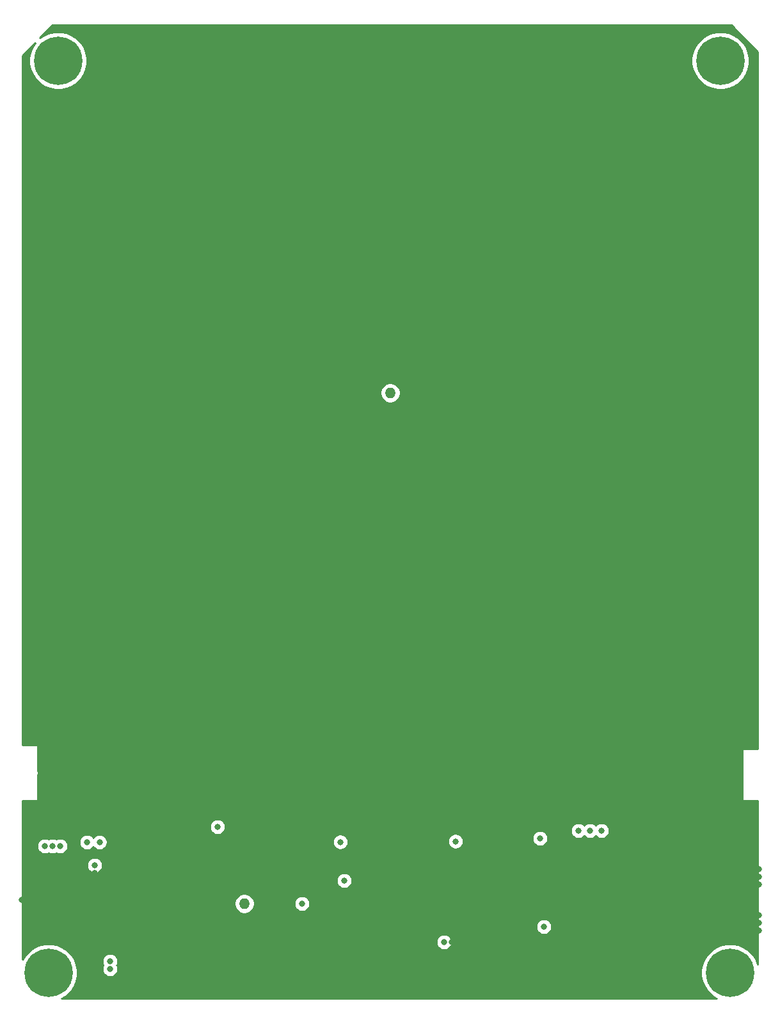
<source format=gbr>
%TF.GenerationSoftware,KiCad,Pcbnew,(5.1.9)-1*%
%TF.CreationDate,2021-05-10T20:34:24-02:30*%
%TF.ProjectId,beverageWarmer1,62657665-7261-4676-9557-61726d657231,rev?*%
%TF.SameCoordinates,Original*%
%TF.FileFunction,Copper,L2,Inr*%
%TF.FilePolarity,Positive*%
%FSLAX46Y46*%
G04 Gerber Fmt 4.6, Leading zero omitted, Abs format (unit mm)*
G04 Created by KiCad (PCBNEW (5.1.9)-1) date 2021-05-10 20:34:24*
%MOMM*%
%LPD*%
G01*
G04 APERTURE LIST*
%TA.AperFunction,ComponentPad*%
%ADD10C,0.800000*%
%TD*%
%TA.AperFunction,ComponentPad*%
%ADD11C,6.400000*%
%TD*%
%TA.AperFunction,ComponentPad*%
%ADD12O,1.400000X1.400000*%
%TD*%
%TA.AperFunction,ComponentPad*%
%ADD13C,1.400000*%
%TD*%
%TA.AperFunction,ViaPad*%
%ADD14C,0.800000*%
%TD*%
%TA.AperFunction,Conductor*%
%ADD15C,0.254000*%
%TD*%
%TA.AperFunction,Conductor*%
%ADD16C,0.100000*%
%TD*%
G04 APERTURE END LIST*
D10*
%TO.N,N/C*%
%TO.C,REF\u002A\u002A*%
X185847056Y-150702944D03*
X184150000Y-150000000D03*
X182452944Y-150702944D03*
X181750000Y-152400000D03*
X182452944Y-154097056D03*
X184150000Y-154800000D03*
X185847056Y-154097056D03*
X186550000Y-152400000D03*
D11*
X184150000Y-152400000D03*
%TD*%
D10*
%TO.N,N/C*%
%TO.C,REF\u002A\u002A*%
X95677056Y-150702944D03*
X93980000Y-150000000D03*
X92282944Y-150702944D03*
X91580000Y-152400000D03*
X92282944Y-154097056D03*
X93980000Y-154800000D03*
X95677056Y-154097056D03*
X96380000Y-152400000D03*
D11*
X93980000Y-152400000D03*
%TD*%
%TO.N,N/C*%
%TO.C,REF\u002A\u002A*%
X95250000Y-31750000D03*
D10*
X97650000Y-31750000D03*
X96947056Y-33447056D03*
X95250000Y-34150000D03*
X93552944Y-33447056D03*
X92850000Y-31750000D03*
X93552944Y-30052944D03*
X95250000Y-29350000D03*
X96947056Y-30052944D03*
%TD*%
%TO.N,N/C*%
%TO.C,REF\u002A\u002A*%
X184577056Y-30052944D03*
X182880000Y-29350000D03*
X181182944Y-30052944D03*
X180480000Y-31750000D03*
X181182944Y-33447056D03*
X182880000Y-34150000D03*
X184577056Y-33447056D03*
X185280000Y-31750000D03*
D11*
X182880000Y-31750000D03*
%TD*%
D12*
%TO.N,Net-(R402-Pad1)*%
%TO.C,TH401*%
X119888000Y-143256000D03*
D13*
%TO.N,GND*%
X119888000Y-145796000D03*
%TD*%
D12*
%TO.N,Net-(R402-Pad1)*%
%TO.C,TH400*%
X139192000Y-75692000D03*
D13*
%TO.N,GND*%
X141732000Y-75692000D03*
%TD*%
D14*
%TO.N,GND*%
X99568000Y-150876000D03*
X100584000Y-150876000D03*
X100584000Y-142748000D03*
X99568000Y-142748000D03*
X102108000Y-138176000D03*
X100076000Y-139192000D03*
X141732000Y-77724000D03*
X113792000Y-93472000D03*
X147320000Y-93472000D03*
X179832000Y-93472000D03*
X102616000Y-43688000D03*
X136144000Y-43688000D03*
X168656000Y-43688000D03*
X121920000Y-145796000D03*
X180340000Y-134620000D03*
X180340000Y-136652000D03*
X180340000Y-135636000D03*
X187960000Y-138684000D03*
X187960000Y-140716000D03*
X187960000Y-139700000D03*
X187960000Y-144780000D03*
X187960000Y-145796000D03*
X187960000Y-146812000D03*
X98552000Y-127508000D03*
X99568000Y-127508000D03*
X100584000Y-127508000D03*
X90424000Y-142748000D03*
X91440000Y-142748000D03*
X92456000Y-142748000D03*
X97536000Y-135128000D03*
X181356000Y-48260000D03*
X181356000Y-53340000D03*
X181356000Y-50800000D03*
X120396000Y-132080000D03*
X123952000Y-137160000D03*
X133096000Y-146304000D03*
X112268000Y-147828000D03*
X137959000Y-132588000D03*
X138176000Y-137160000D03*
X147828000Y-137668000D03*
X151892000Y-137668000D03*
X166624000Y-153924000D03*
X151601000Y-148336000D03*
X147320000Y-148336000D03*
X146304000Y-154432000D03*
%TO.N,+12V*%
X99060000Y-135128000D03*
X100742990Y-135128000D03*
X93472000Y-135636000D03*
X95504000Y-135636000D03*
X94488000Y-135636000D03*
X167132000Y-133604000D03*
X165608000Y-133604000D03*
X164084000Y-133604000D03*
X159004000Y-134620000D03*
X116332000Y-133096000D03*
X102108000Y-150876000D03*
X102108000Y-151892000D03*
%TO.N,+5V*%
X147828000Y-135014500D03*
X132600819Y-135098665D03*
X100076000Y-138176000D03*
X133096000Y-140208000D03*
X159512000Y-146304000D03*
X146304000Y-148336000D03*
%TO.N,Net-(R402-Pad1)*%
X127508000Y-143256000D03*
%TD*%
D15*
%TO.N,GND*%
X187833000Y-30532606D02*
X187833000Y-122809000D01*
X185928000Y-122809000D01*
X185903224Y-122811440D01*
X185879399Y-122818667D01*
X185857443Y-122830403D01*
X185838197Y-122846197D01*
X185822403Y-122865443D01*
X185810667Y-122887399D01*
X185803440Y-122911224D01*
X185801000Y-122936000D01*
X185801000Y-125697734D01*
X185778778Y-125941915D01*
X185779196Y-126001732D01*
X185778778Y-126061550D01*
X185779678Y-126070721D01*
X185801000Y-126273586D01*
X185801000Y-129540000D01*
X185803440Y-129564776D01*
X185810667Y-129588601D01*
X185822403Y-129610557D01*
X185838197Y-129629803D01*
X185857443Y-129645597D01*
X185879399Y-129657333D01*
X185903224Y-129664560D01*
X185928000Y-129667000D01*
X187833000Y-129667000D01*
X187833000Y-151270211D01*
X187548533Y-150583446D01*
X187128839Y-149955330D01*
X186594670Y-149421161D01*
X185966554Y-149001467D01*
X185268628Y-148712377D01*
X184527715Y-148565000D01*
X183772285Y-148565000D01*
X183031372Y-148712377D01*
X182333446Y-149001467D01*
X181705330Y-149421161D01*
X181171161Y-149955330D01*
X180751467Y-150583446D01*
X180462377Y-151281372D01*
X180315000Y-152022285D01*
X180315000Y-152777715D01*
X180462377Y-153518628D01*
X180751467Y-154216554D01*
X181171161Y-154844670D01*
X181705330Y-155378839D01*
X182333446Y-155798533D01*
X182407000Y-155829000D01*
X95723000Y-155829000D01*
X95796554Y-155798533D01*
X96424670Y-155378839D01*
X96958839Y-154844670D01*
X97378533Y-154216554D01*
X97667623Y-153518628D01*
X97815000Y-152777715D01*
X97815000Y-152022285D01*
X97667623Y-151281372D01*
X97457489Y-150774061D01*
X101073000Y-150774061D01*
X101073000Y-150977939D01*
X101112774Y-151177898D01*
X101190795Y-151366256D01*
X101202651Y-151384000D01*
X101190795Y-151401744D01*
X101112774Y-151590102D01*
X101073000Y-151790061D01*
X101073000Y-151993939D01*
X101112774Y-152193898D01*
X101190795Y-152382256D01*
X101304063Y-152551774D01*
X101448226Y-152695937D01*
X101617744Y-152809205D01*
X101806102Y-152887226D01*
X102006061Y-152927000D01*
X102209939Y-152927000D01*
X102409898Y-152887226D01*
X102598256Y-152809205D01*
X102767774Y-152695937D01*
X102911937Y-152551774D01*
X103025205Y-152382256D01*
X103103226Y-152193898D01*
X103143000Y-151993939D01*
X103143000Y-151790061D01*
X103103226Y-151590102D01*
X103025205Y-151401744D01*
X103013349Y-151384000D01*
X103025205Y-151366256D01*
X103103226Y-151177898D01*
X103143000Y-150977939D01*
X103143000Y-150774061D01*
X103103226Y-150574102D01*
X103025205Y-150385744D01*
X102911937Y-150216226D01*
X102767774Y-150072063D01*
X102598256Y-149958795D01*
X102409898Y-149880774D01*
X102209939Y-149841000D01*
X102006061Y-149841000D01*
X101806102Y-149880774D01*
X101617744Y-149958795D01*
X101448226Y-150072063D01*
X101304063Y-150216226D01*
X101190795Y-150385744D01*
X101112774Y-150574102D01*
X101073000Y-150774061D01*
X97457489Y-150774061D01*
X97378533Y-150583446D01*
X96958839Y-149955330D01*
X96424670Y-149421161D01*
X95796554Y-149001467D01*
X95098628Y-148712377D01*
X94357715Y-148565000D01*
X93602285Y-148565000D01*
X92861372Y-148712377D01*
X92163446Y-149001467D01*
X91535330Y-149421161D01*
X91001161Y-149955330D01*
X90581467Y-150583446D01*
X90551000Y-150657000D01*
X90551000Y-148234061D01*
X145269000Y-148234061D01*
X145269000Y-148437939D01*
X145308774Y-148637898D01*
X145386795Y-148826256D01*
X145500063Y-148995774D01*
X145644226Y-149139937D01*
X145813744Y-149253205D01*
X146002102Y-149331226D01*
X146202061Y-149371000D01*
X146405939Y-149371000D01*
X146605898Y-149331226D01*
X146794256Y-149253205D01*
X146963774Y-149139937D01*
X147107937Y-148995774D01*
X147221205Y-148826256D01*
X147299226Y-148637898D01*
X147339000Y-148437939D01*
X147339000Y-148234061D01*
X147299226Y-148034102D01*
X147221205Y-147845744D01*
X147107937Y-147676226D01*
X146963774Y-147532063D01*
X146794256Y-147418795D01*
X146605898Y-147340774D01*
X146405939Y-147301000D01*
X146202061Y-147301000D01*
X146002102Y-147340774D01*
X145813744Y-147418795D01*
X145644226Y-147532063D01*
X145500063Y-147676226D01*
X145386795Y-147845744D01*
X145308774Y-148034102D01*
X145269000Y-148234061D01*
X90551000Y-148234061D01*
X90551000Y-146202061D01*
X158477000Y-146202061D01*
X158477000Y-146405939D01*
X158516774Y-146605898D01*
X158594795Y-146794256D01*
X158708063Y-146963774D01*
X158852226Y-147107937D01*
X159021744Y-147221205D01*
X159210102Y-147299226D01*
X159410061Y-147339000D01*
X159613939Y-147339000D01*
X159813898Y-147299226D01*
X160002256Y-147221205D01*
X160171774Y-147107937D01*
X160315937Y-146963774D01*
X160429205Y-146794256D01*
X160507226Y-146605898D01*
X160547000Y-146405939D01*
X160547000Y-146202061D01*
X160507226Y-146002102D01*
X160429205Y-145813744D01*
X160315937Y-145644226D01*
X160171774Y-145500063D01*
X160002256Y-145386795D01*
X159813898Y-145308774D01*
X159613939Y-145269000D01*
X159410061Y-145269000D01*
X159210102Y-145308774D01*
X159021744Y-145386795D01*
X158852226Y-145500063D01*
X158708063Y-145644226D01*
X158594795Y-145813744D01*
X158516774Y-146002102D01*
X158477000Y-146202061D01*
X90551000Y-146202061D01*
X90551000Y-143124514D01*
X118553000Y-143124514D01*
X118553000Y-143387486D01*
X118604304Y-143645405D01*
X118704939Y-143888359D01*
X118851038Y-144107013D01*
X119036987Y-144292962D01*
X119255641Y-144439061D01*
X119498595Y-144539696D01*
X119756514Y-144591000D01*
X120019486Y-144591000D01*
X120277405Y-144539696D01*
X120520359Y-144439061D01*
X120739013Y-144292962D01*
X120924962Y-144107013D01*
X121071061Y-143888359D01*
X121171696Y-143645405D01*
X121223000Y-143387486D01*
X121223000Y-143154061D01*
X126473000Y-143154061D01*
X126473000Y-143357939D01*
X126512774Y-143557898D01*
X126590795Y-143746256D01*
X126704063Y-143915774D01*
X126848226Y-144059937D01*
X127017744Y-144173205D01*
X127206102Y-144251226D01*
X127406061Y-144291000D01*
X127609939Y-144291000D01*
X127809898Y-144251226D01*
X127998256Y-144173205D01*
X128167774Y-144059937D01*
X128311937Y-143915774D01*
X128425205Y-143746256D01*
X128503226Y-143557898D01*
X128543000Y-143357939D01*
X128543000Y-143154061D01*
X128503226Y-142954102D01*
X128425205Y-142765744D01*
X128311937Y-142596226D01*
X128167774Y-142452063D01*
X127998256Y-142338795D01*
X127809898Y-142260774D01*
X127609939Y-142221000D01*
X127406061Y-142221000D01*
X127206102Y-142260774D01*
X127017744Y-142338795D01*
X126848226Y-142452063D01*
X126704063Y-142596226D01*
X126590795Y-142765744D01*
X126512774Y-142954102D01*
X126473000Y-143154061D01*
X121223000Y-143154061D01*
X121223000Y-143124514D01*
X121171696Y-142866595D01*
X121071061Y-142623641D01*
X120924962Y-142404987D01*
X120739013Y-142219038D01*
X120520359Y-142072939D01*
X120277405Y-141972304D01*
X120019486Y-141921000D01*
X119756514Y-141921000D01*
X119498595Y-141972304D01*
X119255641Y-142072939D01*
X119036987Y-142219038D01*
X118851038Y-142404987D01*
X118704939Y-142623641D01*
X118604304Y-142866595D01*
X118553000Y-143124514D01*
X90551000Y-143124514D01*
X90551000Y-140106061D01*
X132061000Y-140106061D01*
X132061000Y-140309939D01*
X132100774Y-140509898D01*
X132178795Y-140698256D01*
X132292063Y-140867774D01*
X132436226Y-141011937D01*
X132605744Y-141125205D01*
X132794102Y-141203226D01*
X132994061Y-141243000D01*
X133197939Y-141243000D01*
X133397898Y-141203226D01*
X133586256Y-141125205D01*
X133755774Y-141011937D01*
X133899937Y-140867774D01*
X134013205Y-140698256D01*
X134091226Y-140509898D01*
X134131000Y-140309939D01*
X134131000Y-140106061D01*
X134091226Y-139906102D01*
X134013205Y-139717744D01*
X133899937Y-139548226D01*
X133755774Y-139404063D01*
X133586256Y-139290795D01*
X133397898Y-139212774D01*
X133197939Y-139173000D01*
X132994061Y-139173000D01*
X132794102Y-139212774D01*
X132605744Y-139290795D01*
X132436226Y-139404063D01*
X132292063Y-139548226D01*
X132178795Y-139717744D01*
X132100774Y-139906102D01*
X132061000Y-140106061D01*
X90551000Y-140106061D01*
X90551000Y-138074061D01*
X99041000Y-138074061D01*
X99041000Y-138277939D01*
X99080774Y-138477898D01*
X99158795Y-138666256D01*
X99272063Y-138835774D01*
X99416226Y-138979937D01*
X99585744Y-139093205D01*
X99774102Y-139171226D01*
X99974061Y-139211000D01*
X100177939Y-139211000D01*
X100377898Y-139171226D01*
X100566256Y-139093205D01*
X100735774Y-138979937D01*
X100879937Y-138835774D01*
X100993205Y-138666256D01*
X101071226Y-138477898D01*
X101111000Y-138277939D01*
X101111000Y-138074061D01*
X101071226Y-137874102D01*
X100993205Y-137685744D01*
X100879937Y-137516226D01*
X100735774Y-137372063D01*
X100566256Y-137258795D01*
X100377898Y-137180774D01*
X100177939Y-137141000D01*
X99974061Y-137141000D01*
X99774102Y-137180774D01*
X99585744Y-137258795D01*
X99416226Y-137372063D01*
X99272063Y-137516226D01*
X99158795Y-137685744D01*
X99080774Y-137874102D01*
X99041000Y-138074061D01*
X90551000Y-138074061D01*
X90551000Y-135534061D01*
X92437000Y-135534061D01*
X92437000Y-135737939D01*
X92476774Y-135937898D01*
X92554795Y-136126256D01*
X92668063Y-136295774D01*
X92812226Y-136439937D01*
X92981744Y-136553205D01*
X93170102Y-136631226D01*
X93370061Y-136671000D01*
X93573939Y-136671000D01*
X93773898Y-136631226D01*
X93962256Y-136553205D01*
X93980000Y-136541349D01*
X93997744Y-136553205D01*
X94186102Y-136631226D01*
X94386061Y-136671000D01*
X94589939Y-136671000D01*
X94789898Y-136631226D01*
X94978256Y-136553205D01*
X94996000Y-136541349D01*
X95013744Y-136553205D01*
X95202102Y-136631226D01*
X95402061Y-136671000D01*
X95605939Y-136671000D01*
X95805898Y-136631226D01*
X95994256Y-136553205D01*
X96163774Y-136439937D01*
X96307937Y-136295774D01*
X96421205Y-136126256D01*
X96499226Y-135937898D01*
X96539000Y-135737939D01*
X96539000Y-135534061D01*
X96499226Y-135334102D01*
X96421205Y-135145744D01*
X96341236Y-135026061D01*
X98025000Y-135026061D01*
X98025000Y-135229939D01*
X98064774Y-135429898D01*
X98142795Y-135618256D01*
X98256063Y-135787774D01*
X98400226Y-135931937D01*
X98569744Y-136045205D01*
X98758102Y-136123226D01*
X98958061Y-136163000D01*
X99161939Y-136163000D01*
X99361898Y-136123226D01*
X99550256Y-136045205D01*
X99719774Y-135931937D01*
X99863937Y-135787774D01*
X99901495Y-135731564D01*
X99939053Y-135787774D01*
X100083216Y-135931937D01*
X100252734Y-136045205D01*
X100441092Y-136123226D01*
X100641051Y-136163000D01*
X100844929Y-136163000D01*
X101044888Y-136123226D01*
X101233246Y-136045205D01*
X101402764Y-135931937D01*
X101546927Y-135787774D01*
X101660195Y-135618256D01*
X101738216Y-135429898D01*
X101777990Y-135229939D01*
X101777990Y-135026061D01*
X101772155Y-134996726D01*
X131565819Y-134996726D01*
X131565819Y-135200604D01*
X131605593Y-135400563D01*
X131683614Y-135588921D01*
X131796882Y-135758439D01*
X131941045Y-135902602D01*
X132110563Y-136015870D01*
X132298921Y-136093891D01*
X132498880Y-136133665D01*
X132702758Y-136133665D01*
X132902717Y-136093891D01*
X133091075Y-136015870D01*
X133260593Y-135902602D01*
X133404756Y-135758439D01*
X133518024Y-135588921D01*
X133596045Y-135400563D01*
X133635819Y-135200604D01*
X133635819Y-134996726D01*
X133619078Y-134912561D01*
X146793000Y-134912561D01*
X146793000Y-135116439D01*
X146832774Y-135316398D01*
X146910795Y-135504756D01*
X147024063Y-135674274D01*
X147168226Y-135818437D01*
X147337744Y-135931705D01*
X147526102Y-136009726D01*
X147726061Y-136049500D01*
X147929939Y-136049500D01*
X148129898Y-136009726D01*
X148318256Y-135931705D01*
X148487774Y-135818437D01*
X148631937Y-135674274D01*
X148745205Y-135504756D01*
X148823226Y-135316398D01*
X148863000Y-135116439D01*
X148863000Y-134912561D01*
X148823226Y-134712602D01*
X148745205Y-134524244D01*
X148741074Y-134518061D01*
X157969000Y-134518061D01*
X157969000Y-134721939D01*
X158008774Y-134921898D01*
X158086795Y-135110256D01*
X158200063Y-135279774D01*
X158344226Y-135423937D01*
X158513744Y-135537205D01*
X158702102Y-135615226D01*
X158902061Y-135655000D01*
X159105939Y-135655000D01*
X159305898Y-135615226D01*
X159494256Y-135537205D01*
X159663774Y-135423937D01*
X159807937Y-135279774D01*
X159921205Y-135110256D01*
X159999226Y-134921898D01*
X160039000Y-134721939D01*
X160039000Y-134518061D01*
X159999226Y-134318102D01*
X159921205Y-134129744D01*
X159807937Y-133960226D01*
X159663774Y-133816063D01*
X159494256Y-133702795D01*
X159305898Y-133624774D01*
X159105939Y-133585000D01*
X158902061Y-133585000D01*
X158702102Y-133624774D01*
X158513744Y-133702795D01*
X158344226Y-133816063D01*
X158200063Y-133960226D01*
X158086795Y-134129744D01*
X158008774Y-134318102D01*
X157969000Y-134518061D01*
X148741074Y-134518061D01*
X148631937Y-134354726D01*
X148487774Y-134210563D01*
X148318256Y-134097295D01*
X148129898Y-134019274D01*
X147929939Y-133979500D01*
X147726061Y-133979500D01*
X147526102Y-134019274D01*
X147337744Y-134097295D01*
X147168226Y-134210563D01*
X147024063Y-134354726D01*
X146910795Y-134524244D01*
X146832774Y-134712602D01*
X146793000Y-134912561D01*
X133619078Y-134912561D01*
X133596045Y-134796767D01*
X133518024Y-134608409D01*
X133404756Y-134438891D01*
X133260593Y-134294728D01*
X133091075Y-134181460D01*
X132902717Y-134103439D01*
X132702758Y-134063665D01*
X132498880Y-134063665D01*
X132298921Y-134103439D01*
X132110563Y-134181460D01*
X131941045Y-134294728D01*
X131796882Y-134438891D01*
X131683614Y-134608409D01*
X131605593Y-134796767D01*
X131565819Y-134996726D01*
X101772155Y-134996726D01*
X101738216Y-134826102D01*
X101660195Y-134637744D01*
X101546927Y-134468226D01*
X101402764Y-134324063D01*
X101233246Y-134210795D01*
X101044888Y-134132774D01*
X100844929Y-134093000D01*
X100641051Y-134093000D01*
X100441092Y-134132774D01*
X100252734Y-134210795D01*
X100083216Y-134324063D01*
X99939053Y-134468226D01*
X99901495Y-134524436D01*
X99863937Y-134468226D01*
X99719774Y-134324063D01*
X99550256Y-134210795D01*
X99361898Y-134132774D01*
X99161939Y-134093000D01*
X98958061Y-134093000D01*
X98758102Y-134132774D01*
X98569744Y-134210795D01*
X98400226Y-134324063D01*
X98256063Y-134468226D01*
X98142795Y-134637744D01*
X98064774Y-134826102D01*
X98025000Y-135026061D01*
X96341236Y-135026061D01*
X96307937Y-134976226D01*
X96163774Y-134832063D01*
X95994256Y-134718795D01*
X95805898Y-134640774D01*
X95605939Y-134601000D01*
X95402061Y-134601000D01*
X95202102Y-134640774D01*
X95013744Y-134718795D01*
X94996000Y-134730651D01*
X94978256Y-134718795D01*
X94789898Y-134640774D01*
X94589939Y-134601000D01*
X94386061Y-134601000D01*
X94186102Y-134640774D01*
X93997744Y-134718795D01*
X93980000Y-134730651D01*
X93962256Y-134718795D01*
X93773898Y-134640774D01*
X93573939Y-134601000D01*
X93370061Y-134601000D01*
X93170102Y-134640774D01*
X92981744Y-134718795D01*
X92812226Y-134832063D01*
X92668063Y-134976226D01*
X92554795Y-135145744D01*
X92476774Y-135334102D01*
X92437000Y-135534061D01*
X90551000Y-135534061D01*
X90551000Y-132994061D01*
X115297000Y-132994061D01*
X115297000Y-133197939D01*
X115336774Y-133397898D01*
X115414795Y-133586256D01*
X115528063Y-133755774D01*
X115672226Y-133899937D01*
X115841744Y-134013205D01*
X116030102Y-134091226D01*
X116230061Y-134131000D01*
X116433939Y-134131000D01*
X116633898Y-134091226D01*
X116822256Y-134013205D01*
X116991774Y-133899937D01*
X117135937Y-133755774D01*
X117249205Y-133586256D01*
X117284079Y-133502061D01*
X163049000Y-133502061D01*
X163049000Y-133705939D01*
X163088774Y-133905898D01*
X163166795Y-134094256D01*
X163280063Y-134263774D01*
X163424226Y-134407937D01*
X163593744Y-134521205D01*
X163782102Y-134599226D01*
X163982061Y-134639000D01*
X164185939Y-134639000D01*
X164385898Y-134599226D01*
X164574256Y-134521205D01*
X164743774Y-134407937D01*
X164846000Y-134305711D01*
X164948226Y-134407937D01*
X165117744Y-134521205D01*
X165306102Y-134599226D01*
X165506061Y-134639000D01*
X165709939Y-134639000D01*
X165909898Y-134599226D01*
X166098256Y-134521205D01*
X166267774Y-134407937D01*
X166370000Y-134305711D01*
X166472226Y-134407937D01*
X166641744Y-134521205D01*
X166830102Y-134599226D01*
X167030061Y-134639000D01*
X167233939Y-134639000D01*
X167433898Y-134599226D01*
X167622256Y-134521205D01*
X167791774Y-134407937D01*
X167935937Y-134263774D01*
X168049205Y-134094256D01*
X168127226Y-133905898D01*
X168167000Y-133705939D01*
X168167000Y-133502061D01*
X168127226Y-133302102D01*
X168049205Y-133113744D01*
X167935937Y-132944226D01*
X167791774Y-132800063D01*
X167622256Y-132686795D01*
X167433898Y-132608774D01*
X167233939Y-132569000D01*
X167030061Y-132569000D01*
X166830102Y-132608774D01*
X166641744Y-132686795D01*
X166472226Y-132800063D01*
X166370000Y-132902289D01*
X166267774Y-132800063D01*
X166098256Y-132686795D01*
X165909898Y-132608774D01*
X165709939Y-132569000D01*
X165506061Y-132569000D01*
X165306102Y-132608774D01*
X165117744Y-132686795D01*
X164948226Y-132800063D01*
X164846000Y-132902289D01*
X164743774Y-132800063D01*
X164574256Y-132686795D01*
X164385898Y-132608774D01*
X164185939Y-132569000D01*
X163982061Y-132569000D01*
X163782102Y-132608774D01*
X163593744Y-132686795D01*
X163424226Y-132800063D01*
X163280063Y-132944226D01*
X163166795Y-133113744D01*
X163088774Y-133302102D01*
X163049000Y-133502061D01*
X117284079Y-133502061D01*
X117327226Y-133397898D01*
X117367000Y-133197939D01*
X117367000Y-132994061D01*
X117327226Y-132794102D01*
X117249205Y-132605744D01*
X117135937Y-132436226D01*
X116991774Y-132292063D01*
X116822256Y-132178795D01*
X116633898Y-132100774D01*
X116433939Y-132061000D01*
X116230061Y-132061000D01*
X116030102Y-132100774D01*
X115841744Y-132178795D01*
X115672226Y-132292063D01*
X115528063Y-132436226D01*
X115414795Y-132605744D01*
X115336774Y-132794102D01*
X115297000Y-132994061D01*
X90551000Y-132994061D01*
X90551000Y-129667000D01*
X92456000Y-129667000D01*
X92480776Y-129664560D01*
X92504601Y-129657333D01*
X92526557Y-129645597D01*
X92545803Y-129629803D01*
X92561597Y-129610557D01*
X92573333Y-129588601D01*
X92580560Y-129564776D01*
X92583000Y-129540000D01*
X92583000Y-126270266D01*
X92605222Y-126026085D01*
X92604804Y-125966268D01*
X92605222Y-125906451D01*
X92604322Y-125897280D01*
X92583000Y-125694414D01*
X92583000Y-122428000D01*
X92580560Y-122403224D01*
X92573333Y-122379399D01*
X92561597Y-122357443D01*
X92545803Y-122338197D01*
X92526557Y-122322403D01*
X92504601Y-122310667D01*
X92480776Y-122303440D01*
X92456000Y-122301000D01*
X90551000Y-122301000D01*
X90551000Y-75560514D01*
X137857000Y-75560514D01*
X137857000Y-75823486D01*
X137908304Y-76081405D01*
X138008939Y-76324359D01*
X138155038Y-76543013D01*
X138340987Y-76728962D01*
X138559641Y-76875061D01*
X138802595Y-76975696D01*
X139060514Y-77027000D01*
X139323486Y-77027000D01*
X139581405Y-76975696D01*
X139824359Y-76875061D01*
X140043013Y-76728962D01*
X140228962Y-76543013D01*
X140375061Y-76324359D01*
X140475696Y-76081405D01*
X140527000Y-75823486D01*
X140527000Y-75560514D01*
X140475696Y-75302595D01*
X140375061Y-75059641D01*
X140228962Y-74840987D01*
X140043013Y-74655038D01*
X139824359Y-74508939D01*
X139581405Y-74408304D01*
X139323486Y-74357000D01*
X139060514Y-74357000D01*
X138802595Y-74408304D01*
X138559641Y-74508939D01*
X138340987Y-74655038D01*
X138155038Y-74840987D01*
X138008939Y-75059641D01*
X137908304Y-75302595D01*
X137857000Y-75560514D01*
X90551000Y-75560514D01*
X90551000Y-31040606D01*
X92240724Y-29350882D01*
X91851467Y-29933446D01*
X91562377Y-30631372D01*
X91415000Y-31372285D01*
X91415000Y-32127715D01*
X91562377Y-32868628D01*
X91851467Y-33566554D01*
X92271161Y-34194670D01*
X92805330Y-34728839D01*
X93433446Y-35148533D01*
X94131372Y-35437623D01*
X94872285Y-35585000D01*
X95627715Y-35585000D01*
X96368628Y-35437623D01*
X97066554Y-35148533D01*
X97694670Y-34728839D01*
X98228839Y-34194670D01*
X98648533Y-33566554D01*
X98937623Y-32868628D01*
X99085000Y-32127715D01*
X99085000Y-31372285D01*
X179045000Y-31372285D01*
X179045000Y-32127715D01*
X179192377Y-32868628D01*
X179481467Y-33566554D01*
X179901161Y-34194670D01*
X180435330Y-34728839D01*
X181063446Y-35148533D01*
X181761372Y-35437623D01*
X182502285Y-35585000D01*
X183257715Y-35585000D01*
X183998628Y-35437623D01*
X184696554Y-35148533D01*
X185324670Y-34728839D01*
X185858839Y-34194670D01*
X186278533Y-33566554D01*
X186567623Y-32868628D01*
X186715000Y-32127715D01*
X186715000Y-31372285D01*
X186567623Y-30631372D01*
X186278533Y-29933446D01*
X185858839Y-29305330D01*
X185324670Y-28771161D01*
X184696554Y-28351467D01*
X183998628Y-28062377D01*
X183257715Y-27915000D01*
X182502285Y-27915000D01*
X181761372Y-28062377D01*
X181063446Y-28351467D01*
X180435330Y-28771161D01*
X179901161Y-29305330D01*
X179481467Y-29933446D01*
X179192377Y-30631372D01*
X179045000Y-31372285D01*
X99085000Y-31372285D01*
X98937623Y-30631372D01*
X98648533Y-29933446D01*
X98228839Y-29305330D01*
X97694670Y-28771161D01*
X97066554Y-28351467D01*
X96368628Y-28062377D01*
X95627715Y-27915000D01*
X94872285Y-27915000D01*
X94131372Y-28062377D01*
X93433446Y-28351467D01*
X92850882Y-28740724D01*
X94540606Y-27051000D01*
X184351394Y-27051000D01*
X187833000Y-30532606D01*
%TA.AperFunction,Conductor*%
D16*
G36*
X187833000Y-30532606D02*
G01*
X187833000Y-122809000D01*
X185928000Y-122809000D01*
X185903224Y-122811440D01*
X185879399Y-122818667D01*
X185857443Y-122830403D01*
X185838197Y-122846197D01*
X185822403Y-122865443D01*
X185810667Y-122887399D01*
X185803440Y-122911224D01*
X185801000Y-122936000D01*
X185801000Y-125697734D01*
X185778778Y-125941915D01*
X185779196Y-126001732D01*
X185778778Y-126061550D01*
X185779678Y-126070721D01*
X185801000Y-126273586D01*
X185801000Y-129540000D01*
X185803440Y-129564776D01*
X185810667Y-129588601D01*
X185822403Y-129610557D01*
X185838197Y-129629803D01*
X185857443Y-129645597D01*
X185879399Y-129657333D01*
X185903224Y-129664560D01*
X185928000Y-129667000D01*
X187833000Y-129667000D01*
X187833000Y-151270211D01*
X187548533Y-150583446D01*
X187128839Y-149955330D01*
X186594670Y-149421161D01*
X185966554Y-149001467D01*
X185268628Y-148712377D01*
X184527715Y-148565000D01*
X183772285Y-148565000D01*
X183031372Y-148712377D01*
X182333446Y-149001467D01*
X181705330Y-149421161D01*
X181171161Y-149955330D01*
X180751467Y-150583446D01*
X180462377Y-151281372D01*
X180315000Y-152022285D01*
X180315000Y-152777715D01*
X180462377Y-153518628D01*
X180751467Y-154216554D01*
X181171161Y-154844670D01*
X181705330Y-155378839D01*
X182333446Y-155798533D01*
X182407000Y-155829000D01*
X95723000Y-155829000D01*
X95796554Y-155798533D01*
X96424670Y-155378839D01*
X96958839Y-154844670D01*
X97378533Y-154216554D01*
X97667623Y-153518628D01*
X97815000Y-152777715D01*
X97815000Y-152022285D01*
X97667623Y-151281372D01*
X97457489Y-150774061D01*
X101073000Y-150774061D01*
X101073000Y-150977939D01*
X101112774Y-151177898D01*
X101190795Y-151366256D01*
X101202651Y-151384000D01*
X101190795Y-151401744D01*
X101112774Y-151590102D01*
X101073000Y-151790061D01*
X101073000Y-151993939D01*
X101112774Y-152193898D01*
X101190795Y-152382256D01*
X101304063Y-152551774D01*
X101448226Y-152695937D01*
X101617744Y-152809205D01*
X101806102Y-152887226D01*
X102006061Y-152927000D01*
X102209939Y-152927000D01*
X102409898Y-152887226D01*
X102598256Y-152809205D01*
X102767774Y-152695937D01*
X102911937Y-152551774D01*
X103025205Y-152382256D01*
X103103226Y-152193898D01*
X103143000Y-151993939D01*
X103143000Y-151790061D01*
X103103226Y-151590102D01*
X103025205Y-151401744D01*
X103013349Y-151384000D01*
X103025205Y-151366256D01*
X103103226Y-151177898D01*
X103143000Y-150977939D01*
X103143000Y-150774061D01*
X103103226Y-150574102D01*
X103025205Y-150385744D01*
X102911937Y-150216226D01*
X102767774Y-150072063D01*
X102598256Y-149958795D01*
X102409898Y-149880774D01*
X102209939Y-149841000D01*
X102006061Y-149841000D01*
X101806102Y-149880774D01*
X101617744Y-149958795D01*
X101448226Y-150072063D01*
X101304063Y-150216226D01*
X101190795Y-150385744D01*
X101112774Y-150574102D01*
X101073000Y-150774061D01*
X97457489Y-150774061D01*
X97378533Y-150583446D01*
X96958839Y-149955330D01*
X96424670Y-149421161D01*
X95796554Y-149001467D01*
X95098628Y-148712377D01*
X94357715Y-148565000D01*
X93602285Y-148565000D01*
X92861372Y-148712377D01*
X92163446Y-149001467D01*
X91535330Y-149421161D01*
X91001161Y-149955330D01*
X90581467Y-150583446D01*
X90551000Y-150657000D01*
X90551000Y-148234061D01*
X145269000Y-148234061D01*
X145269000Y-148437939D01*
X145308774Y-148637898D01*
X145386795Y-148826256D01*
X145500063Y-148995774D01*
X145644226Y-149139937D01*
X145813744Y-149253205D01*
X146002102Y-149331226D01*
X146202061Y-149371000D01*
X146405939Y-149371000D01*
X146605898Y-149331226D01*
X146794256Y-149253205D01*
X146963774Y-149139937D01*
X147107937Y-148995774D01*
X147221205Y-148826256D01*
X147299226Y-148637898D01*
X147339000Y-148437939D01*
X147339000Y-148234061D01*
X147299226Y-148034102D01*
X147221205Y-147845744D01*
X147107937Y-147676226D01*
X146963774Y-147532063D01*
X146794256Y-147418795D01*
X146605898Y-147340774D01*
X146405939Y-147301000D01*
X146202061Y-147301000D01*
X146002102Y-147340774D01*
X145813744Y-147418795D01*
X145644226Y-147532063D01*
X145500063Y-147676226D01*
X145386795Y-147845744D01*
X145308774Y-148034102D01*
X145269000Y-148234061D01*
X90551000Y-148234061D01*
X90551000Y-146202061D01*
X158477000Y-146202061D01*
X158477000Y-146405939D01*
X158516774Y-146605898D01*
X158594795Y-146794256D01*
X158708063Y-146963774D01*
X158852226Y-147107937D01*
X159021744Y-147221205D01*
X159210102Y-147299226D01*
X159410061Y-147339000D01*
X159613939Y-147339000D01*
X159813898Y-147299226D01*
X160002256Y-147221205D01*
X160171774Y-147107937D01*
X160315937Y-146963774D01*
X160429205Y-146794256D01*
X160507226Y-146605898D01*
X160547000Y-146405939D01*
X160547000Y-146202061D01*
X160507226Y-146002102D01*
X160429205Y-145813744D01*
X160315937Y-145644226D01*
X160171774Y-145500063D01*
X160002256Y-145386795D01*
X159813898Y-145308774D01*
X159613939Y-145269000D01*
X159410061Y-145269000D01*
X159210102Y-145308774D01*
X159021744Y-145386795D01*
X158852226Y-145500063D01*
X158708063Y-145644226D01*
X158594795Y-145813744D01*
X158516774Y-146002102D01*
X158477000Y-146202061D01*
X90551000Y-146202061D01*
X90551000Y-143124514D01*
X118553000Y-143124514D01*
X118553000Y-143387486D01*
X118604304Y-143645405D01*
X118704939Y-143888359D01*
X118851038Y-144107013D01*
X119036987Y-144292962D01*
X119255641Y-144439061D01*
X119498595Y-144539696D01*
X119756514Y-144591000D01*
X120019486Y-144591000D01*
X120277405Y-144539696D01*
X120520359Y-144439061D01*
X120739013Y-144292962D01*
X120924962Y-144107013D01*
X121071061Y-143888359D01*
X121171696Y-143645405D01*
X121223000Y-143387486D01*
X121223000Y-143154061D01*
X126473000Y-143154061D01*
X126473000Y-143357939D01*
X126512774Y-143557898D01*
X126590795Y-143746256D01*
X126704063Y-143915774D01*
X126848226Y-144059937D01*
X127017744Y-144173205D01*
X127206102Y-144251226D01*
X127406061Y-144291000D01*
X127609939Y-144291000D01*
X127809898Y-144251226D01*
X127998256Y-144173205D01*
X128167774Y-144059937D01*
X128311937Y-143915774D01*
X128425205Y-143746256D01*
X128503226Y-143557898D01*
X128543000Y-143357939D01*
X128543000Y-143154061D01*
X128503226Y-142954102D01*
X128425205Y-142765744D01*
X128311937Y-142596226D01*
X128167774Y-142452063D01*
X127998256Y-142338795D01*
X127809898Y-142260774D01*
X127609939Y-142221000D01*
X127406061Y-142221000D01*
X127206102Y-142260774D01*
X127017744Y-142338795D01*
X126848226Y-142452063D01*
X126704063Y-142596226D01*
X126590795Y-142765744D01*
X126512774Y-142954102D01*
X126473000Y-143154061D01*
X121223000Y-143154061D01*
X121223000Y-143124514D01*
X121171696Y-142866595D01*
X121071061Y-142623641D01*
X120924962Y-142404987D01*
X120739013Y-142219038D01*
X120520359Y-142072939D01*
X120277405Y-141972304D01*
X120019486Y-141921000D01*
X119756514Y-141921000D01*
X119498595Y-141972304D01*
X119255641Y-142072939D01*
X119036987Y-142219038D01*
X118851038Y-142404987D01*
X118704939Y-142623641D01*
X118604304Y-142866595D01*
X118553000Y-143124514D01*
X90551000Y-143124514D01*
X90551000Y-140106061D01*
X132061000Y-140106061D01*
X132061000Y-140309939D01*
X132100774Y-140509898D01*
X132178795Y-140698256D01*
X132292063Y-140867774D01*
X132436226Y-141011937D01*
X132605744Y-141125205D01*
X132794102Y-141203226D01*
X132994061Y-141243000D01*
X133197939Y-141243000D01*
X133397898Y-141203226D01*
X133586256Y-141125205D01*
X133755774Y-141011937D01*
X133899937Y-140867774D01*
X134013205Y-140698256D01*
X134091226Y-140509898D01*
X134131000Y-140309939D01*
X134131000Y-140106061D01*
X134091226Y-139906102D01*
X134013205Y-139717744D01*
X133899937Y-139548226D01*
X133755774Y-139404063D01*
X133586256Y-139290795D01*
X133397898Y-139212774D01*
X133197939Y-139173000D01*
X132994061Y-139173000D01*
X132794102Y-139212774D01*
X132605744Y-139290795D01*
X132436226Y-139404063D01*
X132292063Y-139548226D01*
X132178795Y-139717744D01*
X132100774Y-139906102D01*
X132061000Y-140106061D01*
X90551000Y-140106061D01*
X90551000Y-138074061D01*
X99041000Y-138074061D01*
X99041000Y-138277939D01*
X99080774Y-138477898D01*
X99158795Y-138666256D01*
X99272063Y-138835774D01*
X99416226Y-138979937D01*
X99585744Y-139093205D01*
X99774102Y-139171226D01*
X99974061Y-139211000D01*
X100177939Y-139211000D01*
X100377898Y-139171226D01*
X100566256Y-139093205D01*
X100735774Y-138979937D01*
X100879937Y-138835774D01*
X100993205Y-138666256D01*
X101071226Y-138477898D01*
X101111000Y-138277939D01*
X101111000Y-138074061D01*
X101071226Y-137874102D01*
X100993205Y-137685744D01*
X100879937Y-137516226D01*
X100735774Y-137372063D01*
X100566256Y-137258795D01*
X100377898Y-137180774D01*
X100177939Y-137141000D01*
X99974061Y-137141000D01*
X99774102Y-137180774D01*
X99585744Y-137258795D01*
X99416226Y-137372063D01*
X99272063Y-137516226D01*
X99158795Y-137685744D01*
X99080774Y-137874102D01*
X99041000Y-138074061D01*
X90551000Y-138074061D01*
X90551000Y-135534061D01*
X92437000Y-135534061D01*
X92437000Y-135737939D01*
X92476774Y-135937898D01*
X92554795Y-136126256D01*
X92668063Y-136295774D01*
X92812226Y-136439937D01*
X92981744Y-136553205D01*
X93170102Y-136631226D01*
X93370061Y-136671000D01*
X93573939Y-136671000D01*
X93773898Y-136631226D01*
X93962256Y-136553205D01*
X93980000Y-136541349D01*
X93997744Y-136553205D01*
X94186102Y-136631226D01*
X94386061Y-136671000D01*
X94589939Y-136671000D01*
X94789898Y-136631226D01*
X94978256Y-136553205D01*
X94996000Y-136541349D01*
X95013744Y-136553205D01*
X95202102Y-136631226D01*
X95402061Y-136671000D01*
X95605939Y-136671000D01*
X95805898Y-136631226D01*
X95994256Y-136553205D01*
X96163774Y-136439937D01*
X96307937Y-136295774D01*
X96421205Y-136126256D01*
X96499226Y-135937898D01*
X96539000Y-135737939D01*
X96539000Y-135534061D01*
X96499226Y-135334102D01*
X96421205Y-135145744D01*
X96341236Y-135026061D01*
X98025000Y-135026061D01*
X98025000Y-135229939D01*
X98064774Y-135429898D01*
X98142795Y-135618256D01*
X98256063Y-135787774D01*
X98400226Y-135931937D01*
X98569744Y-136045205D01*
X98758102Y-136123226D01*
X98958061Y-136163000D01*
X99161939Y-136163000D01*
X99361898Y-136123226D01*
X99550256Y-136045205D01*
X99719774Y-135931937D01*
X99863937Y-135787774D01*
X99901495Y-135731564D01*
X99939053Y-135787774D01*
X100083216Y-135931937D01*
X100252734Y-136045205D01*
X100441092Y-136123226D01*
X100641051Y-136163000D01*
X100844929Y-136163000D01*
X101044888Y-136123226D01*
X101233246Y-136045205D01*
X101402764Y-135931937D01*
X101546927Y-135787774D01*
X101660195Y-135618256D01*
X101738216Y-135429898D01*
X101777990Y-135229939D01*
X101777990Y-135026061D01*
X101772155Y-134996726D01*
X131565819Y-134996726D01*
X131565819Y-135200604D01*
X131605593Y-135400563D01*
X131683614Y-135588921D01*
X131796882Y-135758439D01*
X131941045Y-135902602D01*
X132110563Y-136015870D01*
X132298921Y-136093891D01*
X132498880Y-136133665D01*
X132702758Y-136133665D01*
X132902717Y-136093891D01*
X133091075Y-136015870D01*
X133260593Y-135902602D01*
X133404756Y-135758439D01*
X133518024Y-135588921D01*
X133596045Y-135400563D01*
X133635819Y-135200604D01*
X133635819Y-134996726D01*
X133619078Y-134912561D01*
X146793000Y-134912561D01*
X146793000Y-135116439D01*
X146832774Y-135316398D01*
X146910795Y-135504756D01*
X147024063Y-135674274D01*
X147168226Y-135818437D01*
X147337744Y-135931705D01*
X147526102Y-136009726D01*
X147726061Y-136049500D01*
X147929939Y-136049500D01*
X148129898Y-136009726D01*
X148318256Y-135931705D01*
X148487774Y-135818437D01*
X148631937Y-135674274D01*
X148745205Y-135504756D01*
X148823226Y-135316398D01*
X148863000Y-135116439D01*
X148863000Y-134912561D01*
X148823226Y-134712602D01*
X148745205Y-134524244D01*
X148741074Y-134518061D01*
X157969000Y-134518061D01*
X157969000Y-134721939D01*
X158008774Y-134921898D01*
X158086795Y-135110256D01*
X158200063Y-135279774D01*
X158344226Y-135423937D01*
X158513744Y-135537205D01*
X158702102Y-135615226D01*
X158902061Y-135655000D01*
X159105939Y-135655000D01*
X159305898Y-135615226D01*
X159494256Y-135537205D01*
X159663774Y-135423937D01*
X159807937Y-135279774D01*
X159921205Y-135110256D01*
X159999226Y-134921898D01*
X160039000Y-134721939D01*
X160039000Y-134518061D01*
X159999226Y-134318102D01*
X159921205Y-134129744D01*
X159807937Y-133960226D01*
X159663774Y-133816063D01*
X159494256Y-133702795D01*
X159305898Y-133624774D01*
X159105939Y-133585000D01*
X158902061Y-133585000D01*
X158702102Y-133624774D01*
X158513744Y-133702795D01*
X158344226Y-133816063D01*
X158200063Y-133960226D01*
X158086795Y-134129744D01*
X158008774Y-134318102D01*
X157969000Y-134518061D01*
X148741074Y-134518061D01*
X148631937Y-134354726D01*
X148487774Y-134210563D01*
X148318256Y-134097295D01*
X148129898Y-134019274D01*
X147929939Y-133979500D01*
X147726061Y-133979500D01*
X147526102Y-134019274D01*
X147337744Y-134097295D01*
X147168226Y-134210563D01*
X147024063Y-134354726D01*
X146910795Y-134524244D01*
X146832774Y-134712602D01*
X146793000Y-134912561D01*
X133619078Y-134912561D01*
X133596045Y-134796767D01*
X133518024Y-134608409D01*
X133404756Y-134438891D01*
X133260593Y-134294728D01*
X133091075Y-134181460D01*
X132902717Y-134103439D01*
X132702758Y-134063665D01*
X132498880Y-134063665D01*
X132298921Y-134103439D01*
X132110563Y-134181460D01*
X131941045Y-134294728D01*
X131796882Y-134438891D01*
X131683614Y-134608409D01*
X131605593Y-134796767D01*
X131565819Y-134996726D01*
X101772155Y-134996726D01*
X101738216Y-134826102D01*
X101660195Y-134637744D01*
X101546927Y-134468226D01*
X101402764Y-134324063D01*
X101233246Y-134210795D01*
X101044888Y-134132774D01*
X100844929Y-134093000D01*
X100641051Y-134093000D01*
X100441092Y-134132774D01*
X100252734Y-134210795D01*
X100083216Y-134324063D01*
X99939053Y-134468226D01*
X99901495Y-134524436D01*
X99863937Y-134468226D01*
X99719774Y-134324063D01*
X99550256Y-134210795D01*
X99361898Y-134132774D01*
X99161939Y-134093000D01*
X98958061Y-134093000D01*
X98758102Y-134132774D01*
X98569744Y-134210795D01*
X98400226Y-134324063D01*
X98256063Y-134468226D01*
X98142795Y-134637744D01*
X98064774Y-134826102D01*
X98025000Y-135026061D01*
X96341236Y-135026061D01*
X96307937Y-134976226D01*
X96163774Y-134832063D01*
X95994256Y-134718795D01*
X95805898Y-134640774D01*
X95605939Y-134601000D01*
X95402061Y-134601000D01*
X95202102Y-134640774D01*
X95013744Y-134718795D01*
X94996000Y-134730651D01*
X94978256Y-134718795D01*
X94789898Y-134640774D01*
X94589939Y-134601000D01*
X94386061Y-134601000D01*
X94186102Y-134640774D01*
X93997744Y-134718795D01*
X93980000Y-134730651D01*
X93962256Y-134718795D01*
X93773898Y-134640774D01*
X93573939Y-134601000D01*
X93370061Y-134601000D01*
X93170102Y-134640774D01*
X92981744Y-134718795D01*
X92812226Y-134832063D01*
X92668063Y-134976226D01*
X92554795Y-135145744D01*
X92476774Y-135334102D01*
X92437000Y-135534061D01*
X90551000Y-135534061D01*
X90551000Y-132994061D01*
X115297000Y-132994061D01*
X115297000Y-133197939D01*
X115336774Y-133397898D01*
X115414795Y-133586256D01*
X115528063Y-133755774D01*
X115672226Y-133899937D01*
X115841744Y-134013205D01*
X116030102Y-134091226D01*
X116230061Y-134131000D01*
X116433939Y-134131000D01*
X116633898Y-134091226D01*
X116822256Y-134013205D01*
X116991774Y-133899937D01*
X117135937Y-133755774D01*
X117249205Y-133586256D01*
X117284079Y-133502061D01*
X163049000Y-133502061D01*
X163049000Y-133705939D01*
X163088774Y-133905898D01*
X163166795Y-134094256D01*
X163280063Y-134263774D01*
X163424226Y-134407937D01*
X163593744Y-134521205D01*
X163782102Y-134599226D01*
X163982061Y-134639000D01*
X164185939Y-134639000D01*
X164385898Y-134599226D01*
X164574256Y-134521205D01*
X164743774Y-134407937D01*
X164846000Y-134305711D01*
X164948226Y-134407937D01*
X165117744Y-134521205D01*
X165306102Y-134599226D01*
X165506061Y-134639000D01*
X165709939Y-134639000D01*
X165909898Y-134599226D01*
X166098256Y-134521205D01*
X166267774Y-134407937D01*
X166370000Y-134305711D01*
X166472226Y-134407937D01*
X166641744Y-134521205D01*
X166830102Y-134599226D01*
X167030061Y-134639000D01*
X167233939Y-134639000D01*
X167433898Y-134599226D01*
X167622256Y-134521205D01*
X167791774Y-134407937D01*
X167935937Y-134263774D01*
X168049205Y-134094256D01*
X168127226Y-133905898D01*
X168167000Y-133705939D01*
X168167000Y-133502061D01*
X168127226Y-133302102D01*
X168049205Y-133113744D01*
X167935937Y-132944226D01*
X167791774Y-132800063D01*
X167622256Y-132686795D01*
X167433898Y-132608774D01*
X167233939Y-132569000D01*
X167030061Y-132569000D01*
X166830102Y-132608774D01*
X166641744Y-132686795D01*
X166472226Y-132800063D01*
X166370000Y-132902289D01*
X166267774Y-132800063D01*
X166098256Y-132686795D01*
X165909898Y-132608774D01*
X165709939Y-132569000D01*
X165506061Y-132569000D01*
X165306102Y-132608774D01*
X165117744Y-132686795D01*
X164948226Y-132800063D01*
X164846000Y-132902289D01*
X164743774Y-132800063D01*
X164574256Y-132686795D01*
X164385898Y-132608774D01*
X164185939Y-132569000D01*
X163982061Y-132569000D01*
X163782102Y-132608774D01*
X163593744Y-132686795D01*
X163424226Y-132800063D01*
X163280063Y-132944226D01*
X163166795Y-133113744D01*
X163088774Y-133302102D01*
X163049000Y-133502061D01*
X117284079Y-133502061D01*
X117327226Y-133397898D01*
X117367000Y-133197939D01*
X117367000Y-132994061D01*
X117327226Y-132794102D01*
X117249205Y-132605744D01*
X117135937Y-132436226D01*
X116991774Y-132292063D01*
X116822256Y-132178795D01*
X116633898Y-132100774D01*
X116433939Y-132061000D01*
X116230061Y-132061000D01*
X116030102Y-132100774D01*
X115841744Y-132178795D01*
X115672226Y-132292063D01*
X115528063Y-132436226D01*
X115414795Y-132605744D01*
X115336774Y-132794102D01*
X115297000Y-132994061D01*
X90551000Y-132994061D01*
X90551000Y-129667000D01*
X92456000Y-129667000D01*
X92480776Y-129664560D01*
X92504601Y-129657333D01*
X92526557Y-129645597D01*
X92545803Y-129629803D01*
X92561597Y-129610557D01*
X92573333Y-129588601D01*
X92580560Y-129564776D01*
X92583000Y-129540000D01*
X92583000Y-126270266D01*
X92605222Y-126026085D01*
X92604804Y-125966268D01*
X92605222Y-125906451D01*
X92604322Y-125897280D01*
X92583000Y-125694414D01*
X92583000Y-122428000D01*
X92580560Y-122403224D01*
X92573333Y-122379399D01*
X92561597Y-122357443D01*
X92545803Y-122338197D01*
X92526557Y-122322403D01*
X92504601Y-122310667D01*
X92480776Y-122303440D01*
X92456000Y-122301000D01*
X90551000Y-122301000D01*
X90551000Y-75560514D01*
X137857000Y-75560514D01*
X137857000Y-75823486D01*
X137908304Y-76081405D01*
X138008939Y-76324359D01*
X138155038Y-76543013D01*
X138340987Y-76728962D01*
X138559641Y-76875061D01*
X138802595Y-76975696D01*
X139060514Y-77027000D01*
X139323486Y-77027000D01*
X139581405Y-76975696D01*
X139824359Y-76875061D01*
X140043013Y-76728962D01*
X140228962Y-76543013D01*
X140375061Y-76324359D01*
X140475696Y-76081405D01*
X140527000Y-75823486D01*
X140527000Y-75560514D01*
X140475696Y-75302595D01*
X140375061Y-75059641D01*
X140228962Y-74840987D01*
X140043013Y-74655038D01*
X139824359Y-74508939D01*
X139581405Y-74408304D01*
X139323486Y-74357000D01*
X139060514Y-74357000D01*
X138802595Y-74408304D01*
X138559641Y-74508939D01*
X138340987Y-74655038D01*
X138155038Y-74840987D01*
X138008939Y-75059641D01*
X137908304Y-75302595D01*
X137857000Y-75560514D01*
X90551000Y-75560514D01*
X90551000Y-31040606D01*
X92240724Y-29350882D01*
X91851467Y-29933446D01*
X91562377Y-30631372D01*
X91415000Y-31372285D01*
X91415000Y-32127715D01*
X91562377Y-32868628D01*
X91851467Y-33566554D01*
X92271161Y-34194670D01*
X92805330Y-34728839D01*
X93433446Y-35148533D01*
X94131372Y-35437623D01*
X94872285Y-35585000D01*
X95627715Y-35585000D01*
X96368628Y-35437623D01*
X97066554Y-35148533D01*
X97694670Y-34728839D01*
X98228839Y-34194670D01*
X98648533Y-33566554D01*
X98937623Y-32868628D01*
X99085000Y-32127715D01*
X99085000Y-31372285D01*
X179045000Y-31372285D01*
X179045000Y-32127715D01*
X179192377Y-32868628D01*
X179481467Y-33566554D01*
X179901161Y-34194670D01*
X180435330Y-34728839D01*
X181063446Y-35148533D01*
X181761372Y-35437623D01*
X182502285Y-35585000D01*
X183257715Y-35585000D01*
X183998628Y-35437623D01*
X184696554Y-35148533D01*
X185324670Y-34728839D01*
X185858839Y-34194670D01*
X186278533Y-33566554D01*
X186567623Y-32868628D01*
X186715000Y-32127715D01*
X186715000Y-31372285D01*
X186567623Y-30631372D01*
X186278533Y-29933446D01*
X185858839Y-29305330D01*
X185324670Y-28771161D01*
X184696554Y-28351467D01*
X183998628Y-28062377D01*
X183257715Y-27915000D01*
X182502285Y-27915000D01*
X181761372Y-28062377D01*
X181063446Y-28351467D01*
X180435330Y-28771161D01*
X179901161Y-29305330D01*
X179481467Y-29933446D01*
X179192377Y-30631372D01*
X179045000Y-31372285D01*
X99085000Y-31372285D01*
X98937623Y-30631372D01*
X98648533Y-29933446D01*
X98228839Y-29305330D01*
X97694670Y-28771161D01*
X97066554Y-28351467D01*
X96368628Y-28062377D01*
X95627715Y-27915000D01*
X94872285Y-27915000D01*
X94131372Y-28062377D01*
X93433446Y-28351467D01*
X92850882Y-28740724D01*
X94540606Y-27051000D01*
X184351394Y-27051000D01*
X187833000Y-30532606D01*
G37*
%TD.AperFunction*%
%TD*%
M02*

</source>
